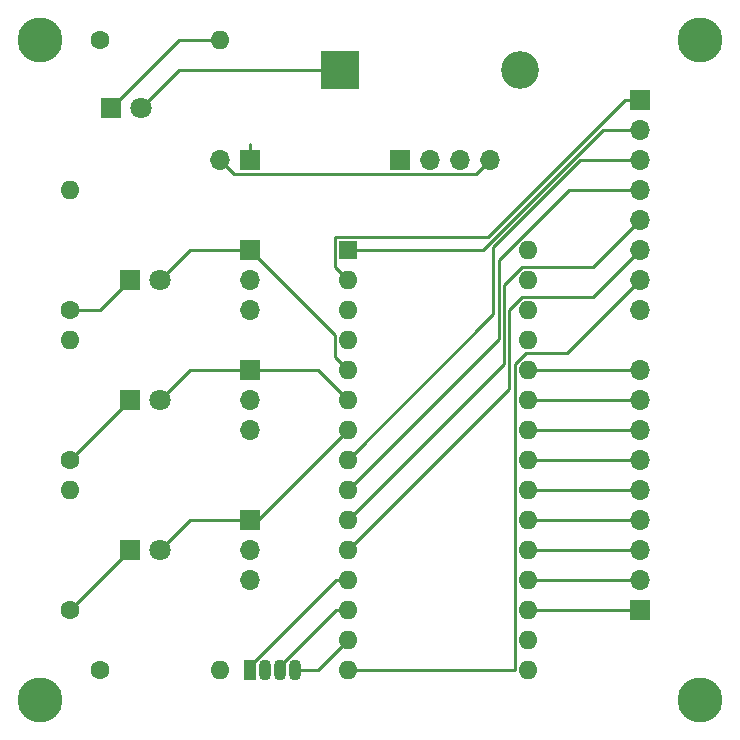
<source format=gtl>
%TF.GenerationSoftware,KiCad,Pcbnew,7.0.5*%
%TF.CreationDate,2023-10-17T21:19:38+10:00*%
%TF.ProjectId,Test Stand,54657374-2053-4746-916e-642e6b696361,rev?*%
%TF.SameCoordinates,Original*%
%TF.FileFunction,Copper,L1,Top*%
%TF.FilePolarity,Positive*%
%FSLAX46Y46*%
G04 Gerber Fmt 4.6, Leading zero omitted, Abs format (unit mm)*
G04 Created by KiCad (PCBNEW 7.0.5) date 2023-10-17 21:19:38*
%MOMM*%
%LPD*%
G01*
G04 APERTURE LIST*
%TA.AperFunction,ComponentPad*%
%ADD10C,1.600000*%
%TD*%
%TA.AperFunction,ComponentPad*%
%ADD11O,1.600000X1.600000*%
%TD*%
%TA.AperFunction,ComponentPad*%
%ADD12C,1.800000*%
%TD*%
%TA.AperFunction,ComponentPad*%
%ADD13R,1.800000X1.800000*%
%TD*%
%TA.AperFunction,ComponentPad*%
%ADD14R,3.200000X3.200000*%
%TD*%
%TA.AperFunction,ComponentPad*%
%ADD15O,3.200000X3.200000*%
%TD*%
%TA.AperFunction,ComponentPad*%
%ADD16R,1.700000X1.700000*%
%TD*%
%TA.AperFunction,ComponentPad*%
%ADD17O,1.700000X1.700000*%
%TD*%
%TA.AperFunction,ComponentPad*%
%ADD18C,3.800000*%
%TD*%
%TA.AperFunction,ComponentPad*%
%ADD19R,1.070000X1.800000*%
%TD*%
%TA.AperFunction,ComponentPad*%
%ADD20O,1.070000X1.800000*%
%TD*%
%TA.AperFunction,ComponentPad*%
%ADD21R,1.600000X1.600000*%
%TD*%
%TA.AperFunction,Conductor*%
%ADD22C,0.250000*%
%TD*%
G04 APERTURE END LIST*
D10*
X55880000Y-43180000D03*
D11*
X66040000Y-43180000D03*
D12*
X59320000Y-48980000D03*
D13*
X56780000Y-48980000D03*
D14*
X76200000Y-45720000D03*
D15*
X91440000Y-45720000D03*
D16*
X81280000Y-53340000D03*
D17*
X83820000Y-53340000D03*
X86360000Y-53340000D03*
X88900000Y-53340000D03*
D16*
X101600000Y-48260000D03*
D17*
X101600000Y-50800000D03*
X101600000Y-53340000D03*
X101600000Y-55880000D03*
X101600000Y-58420000D03*
X101600000Y-60960000D03*
X101600000Y-63500000D03*
X101600000Y-66040000D03*
D16*
X101600000Y-91440000D03*
D17*
X101600000Y-88900000D03*
X101600000Y-86360000D03*
X101600000Y-83820000D03*
X101600000Y-81280000D03*
X101600000Y-78740000D03*
X101600000Y-76200000D03*
X101600000Y-73660000D03*
X101600000Y-71120000D03*
D18*
X50800000Y-43180000D03*
D16*
X68580000Y-60960000D03*
D17*
X68580000Y-63500000D03*
X68580000Y-66040000D03*
D16*
X68580000Y-83820000D03*
D17*
X68580000Y-86360000D03*
X68580000Y-88900000D03*
D13*
X58420000Y-73660000D03*
D12*
X60960000Y-73660000D03*
D10*
X53340000Y-78740000D03*
D11*
X53340000Y-68580000D03*
D10*
X55880000Y-96520000D03*
D11*
X66040000Y-96520000D03*
D18*
X106680000Y-43180000D03*
D13*
X58420000Y-63500000D03*
D12*
X60960000Y-63500000D03*
D18*
X50800000Y-99060000D03*
D19*
X68580000Y-96520000D03*
D20*
X69850000Y-96520000D03*
X71120000Y-96520000D03*
X72390000Y-96520000D03*
D16*
X68580000Y-53340000D03*
D17*
X66040000Y-53340000D03*
D10*
X53340000Y-66040000D03*
D11*
X53340000Y-55880000D03*
D21*
X76870000Y-60960000D03*
D11*
X76870000Y-63500000D03*
X76870000Y-66040000D03*
X76870000Y-68580000D03*
X76870000Y-71120000D03*
X76870000Y-73660000D03*
X76870000Y-76200000D03*
X76870000Y-78740000D03*
X76870000Y-81280000D03*
X76870000Y-83820000D03*
X76870000Y-86360000D03*
X76870000Y-88900000D03*
X76870000Y-91440000D03*
X76870000Y-93980000D03*
X76870000Y-96520000D03*
X92110000Y-96520000D03*
X92110000Y-93980000D03*
X92110000Y-91440000D03*
X92110000Y-88900000D03*
X92110000Y-86360000D03*
X92110000Y-83820000D03*
X92110000Y-81280000D03*
X92110000Y-78740000D03*
X92110000Y-76200000D03*
X92110000Y-73660000D03*
X92110000Y-71120000D03*
X92110000Y-68580000D03*
X92110000Y-66040000D03*
X92110000Y-63500000D03*
X92110000Y-60960000D03*
D16*
X68580000Y-71120000D03*
D17*
X68580000Y-73660000D03*
X68580000Y-76200000D03*
D18*
X106680000Y-99060000D03*
D13*
X58420000Y-86360000D03*
D12*
X60960000Y-86360000D03*
D10*
X53340000Y-91440000D03*
D11*
X53340000Y-81280000D03*
D22*
X62580000Y-43180000D02*
X66040000Y-43180000D01*
X56780000Y-48980000D02*
X62580000Y-43180000D01*
X62580000Y-45720000D02*
X59320000Y-48980000D01*
X76200000Y-45720000D02*
X62580000Y-45720000D01*
X67215000Y-54515000D02*
X66040000Y-53340000D01*
X87725000Y-54515000D02*
X67215000Y-54515000D01*
X88900000Y-53340000D02*
X87725000Y-54515000D01*
X75745000Y-59835000D02*
X75745000Y-62375000D01*
X88752208Y-59835000D02*
X75745000Y-59835000D01*
X75745000Y-62375000D02*
X76870000Y-63500000D01*
X100327208Y-48260000D02*
X88752208Y-59835000D01*
X101600000Y-48260000D02*
X100327208Y-48260000D01*
X98423604Y-50800000D02*
X88263604Y-60960000D01*
X88263604Y-60960000D02*
X76870000Y-60960000D01*
X101600000Y-50800000D02*
X98423604Y-50800000D01*
X96520000Y-53340000D02*
X101600000Y-53340000D01*
X89185000Y-60675000D02*
X96520000Y-53340000D01*
X89185000Y-66425000D02*
X89185000Y-60675000D01*
X76870000Y-78740000D02*
X89185000Y-66425000D01*
X95599009Y-55880000D02*
X101600000Y-55880000D01*
X89635000Y-61844009D02*
X95599009Y-55880000D01*
X76870000Y-81280000D02*
X89635000Y-68515000D01*
X89635000Y-68515000D02*
X89635000Y-61844009D01*
X97645000Y-62375000D02*
X101600000Y-58420000D01*
X91644009Y-62375000D02*
X97645000Y-62375000D01*
X90085000Y-63934009D02*
X91644009Y-62375000D01*
X90085000Y-70605000D02*
X90085000Y-63934009D01*
X76870000Y-83820000D02*
X90085000Y-70605000D01*
X97645000Y-64915000D02*
X101600000Y-60960000D01*
X91644009Y-64915000D02*
X97645000Y-64915000D01*
X90535000Y-72695000D02*
X90535000Y-66024009D01*
X76870000Y-86360000D02*
X90535000Y-72695000D01*
X90535000Y-66024009D02*
X91644009Y-64915000D01*
X90985000Y-70654009D02*
X90985000Y-96520000D01*
X91934009Y-69705000D02*
X90985000Y-70654009D01*
X95395000Y-69705000D02*
X91934009Y-69705000D01*
X101600000Y-63500000D02*
X95395000Y-69705000D01*
X90985000Y-96520000D02*
X76870000Y-96520000D01*
X92110000Y-71120000D02*
X101600000Y-71120000D01*
X101600000Y-73660000D02*
X92110000Y-73660000D01*
X92110000Y-76200000D02*
X101600000Y-76200000D01*
X101600000Y-78740000D02*
X92110000Y-78740000D01*
X92110000Y-81280000D02*
X101600000Y-81280000D01*
X92110000Y-83820000D02*
X101600000Y-83820000D01*
X101600000Y-86360000D02*
X92110000Y-86360000D01*
X92110000Y-88900000D02*
X101600000Y-88900000D01*
X101600000Y-91440000D02*
X92110000Y-91440000D01*
X68580000Y-53340000D02*
X68580000Y-52030000D01*
X63500000Y-60960000D02*
X68580000Y-60960000D01*
X75745000Y-69995000D02*
X76870000Y-71120000D01*
X75745000Y-68125000D02*
X75745000Y-69995000D01*
X60960000Y-63500000D02*
X63500000Y-60960000D01*
X68580000Y-60960000D02*
X75745000Y-68125000D01*
X74330000Y-71120000D02*
X76870000Y-73660000D01*
X68580000Y-71120000D02*
X74330000Y-71120000D01*
X63500000Y-71120000D02*
X68580000Y-71120000D01*
X60960000Y-73660000D02*
X63500000Y-71120000D01*
X60960000Y-86360000D02*
X63500000Y-83820000D01*
X76870000Y-76200000D02*
X69250000Y-83820000D01*
X69250000Y-83820000D02*
X68580000Y-83820000D01*
X63500000Y-83820000D02*
X68580000Y-83820000D01*
X75835000Y-88900000D02*
X76870000Y-88900000D01*
X68580000Y-96155000D02*
X75835000Y-88900000D01*
X68580000Y-96520000D02*
X68580000Y-96155000D01*
X71120000Y-96155000D02*
X75835000Y-91440000D01*
X75835000Y-91440000D02*
X76870000Y-91440000D01*
X71120000Y-96520000D02*
X71120000Y-96155000D01*
X74330000Y-96520000D02*
X76870000Y-93980000D01*
X72390000Y-96520000D02*
X74330000Y-96520000D01*
X55880000Y-66040000D02*
X58420000Y-63500000D01*
X53340000Y-66040000D02*
X55880000Y-66040000D01*
X53340000Y-78740000D02*
X58420000Y-73660000D01*
X58420000Y-86360000D02*
X53340000Y-91440000D01*
X53340000Y-91440000D02*
X54465000Y-90315000D01*
M02*

</source>
